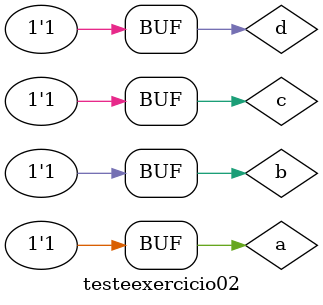
<source format=v>


module exercicio02 (s,a,b,c,d);
input a,b,c,d;
output s;
wire q1,q2,q3,q4,q5,q6,q7,q8,q9;
not NOT1 (q1,a);
not NOT2 (q2,b);
not NOT3 (q3,c);
not NOT4 (q4,d);
and AND1 (q5,q1,q2,q4);
and AND2 (q6,a,q2,q3);
and AND3 (q7,a,q3,d);
and AND4 (q8,q1,q3,q4);
and AND5 (q9,a,q2,d);
or OR1 (s,q5,q6,q7,q8,q9);
endmodule //exercicio02

module testeexercicio02;
reg a,b,c,d;
wire s;
exercicio02 EX2 (s,a,b,c,d);
initial begin: start
a=0; b=0; c=0; d=0;
end
initial begin: main
$display("Jessica Daniela - 407450");
$display("Exercicio 02");
$display("\n | a | b | c | d | = | s |\n");
$monitor(" | %b | %b | %b | %b | = | %b |",a,b,c,d,s);
#1 a=0; b=0; c=0; d=1;
#1 a=0; b=0; c=1; d=0;
#1 a=0; b=0; c=1; d=1;
#1 a=0; b=1; c=0; d=0;
#1 a=0; b=1; c=0; d=1;
#1 a=0; b=1; c=1; d=0;
#1 a=0; b=1; c=1; d=1;
#1 a=1; b=0; c=0; d=0;
#1 a=1; b=0; c=0; d=1;
#1 a=1; b=0; c=1; d=0;
#1 a=1; b=0; c=1; d=1;
#1 a=1; b=1; c=0; d=0;
#1 a=1; b=1; c=0; d=1;
#1 a=1; b=1; c=1; d=0;
#1 a=1; b=1; c=1; d=1;
end
endmodule //testeexercicio02
</source>
